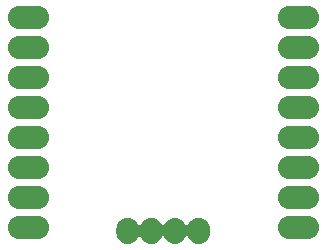
<source format=gbs>
G04 #@! TF.GenerationSoftware,KiCad,Pcbnew,(5.1.0)-1*
G04 #@! TF.CreationDate,2019-05-23T22:12:48+09:00*
G04 #@! TF.ProjectId,ble5,626c6535-2e6b-4696-9361-645f70636258,v1.4*
G04 #@! TF.SameCoordinates,Original*
G04 #@! TF.FileFunction,Soldermask,Bot*
G04 #@! TF.FilePolarity,Negative*
%FSLAX46Y46*%
G04 Gerber Fmt 4.6, Leading zero omitted, Abs format (unit mm)*
G04 Created by KiCad (PCBNEW (5.1.0)-1) date 2019-05-23 22:12:48*
%MOMM*%
%LPD*%
G04 APERTURE LIST*
%ADD10C,0.050000*%
G04 APERTURE END LIST*
D10*
G36*
X128888583Y-61413919D02*
G01*
X129069925Y-61468929D01*
X129237043Y-61558256D01*
X129383528Y-61678472D01*
X129503744Y-61824957D01*
X129593071Y-61992076D01*
X129648081Y-62173418D01*
X129662000Y-62314744D01*
X129662000Y-62685257D01*
X129648081Y-62826583D01*
X129593071Y-63007925D01*
X129503744Y-63175043D01*
X129383528Y-63321528D01*
X129237043Y-63441744D01*
X129069924Y-63531071D01*
X128888582Y-63586081D01*
X128700000Y-63604654D01*
X128511417Y-63586081D01*
X128330075Y-63531071D01*
X128162957Y-63441744D01*
X128016472Y-63321528D01*
X127896256Y-63175043D01*
X127810239Y-63014117D01*
X127796626Y-62993742D01*
X127779299Y-62976415D01*
X127758924Y-62962802D01*
X127736285Y-62953424D01*
X127712252Y-62948644D01*
X127687748Y-62948644D01*
X127663715Y-62953424D01*
X127641076Y-62962802D01*
X127620701Y-62976415D01*
X127603374Y-62993742D01*
X127589761Y-63014117D01*
X127503744Y-63175043D01*
X127383528Y-63321528D01*
X127237043Y-63441744D01*
X127069924Y-63531071D01*
X126888582Y-63586081D01*
X126700000Y-63604654D01*
X126511417Y-63586081D01*
X126330075Y-63531071D01*
X126162957Y-63441744D01*
X126016472Y-63321528D01*
X125896256Y-63175043D01*
X125810239Y-63014117D01*
X125796626Y-62993742D01*
X125779299Y-62976415D01*
X125758924Y-62962802D01*
X125736285Y-62953424D01*
X125712252Y-62948644D01*
X125687748Y-62948644D01*
X125663715Y-62953424D01*
X125641076Y-62962802D01*
X125620701Y-62976415D01*
X125603374Y-62993742D01*
X125589761Y-63014117D01*
X125503744Y-63175043D01*
X125383528Y-63321528D01*
X125237043Y-63441744D01*
X125069924Y-63531071D01*
X124888582Y-63586081D01*
X124700000Y-63604654D01*
X124511417Y-63586081D01*
X124330075Y-63531071D01*
X124162957Y-63441744D01*
X124016472Y-63321528D01*
X123896256Y-63175043D01*
X123810239Y-63014117D01*
X123796626Y-62993742D01*
X123779299Y-62976415D01*
X123758924Y-62962802D01*
X123736285Y-62953424D01*
X123712252Y-62948644D01*
X123687748Y-62948644D01*
X123663715Y-62953424D01*
X123641076Y-62962802D01*
X123620701Y-62976415D01*
X123603374Y-62993742D01*
X123589761Y-63014117D01*
X123503744Y-63175043D01*
X123383528Y-63321528D01*
X123237043Y-63441744D01*
X123069924Y-63531071D01*
X122888582Y-63586081D01*
X122700000Y-63604654D01*
X122511417Y-63586081D01*
X122330075Y-63531071D01*
X122162957Y-63441744D01*
X122016472Y-63321528D01*
X121896256Y-63175043D01*
X121806929Y-63007924D01*
X121751919Y-62826582D01*
X121738000Y-62685256D01*
X121738000Y-62314743D01*
X121751919Y-62173417D01*
X121806929Y-61992075D01*
X121896256Y-61824957D01*
X121917814Y-61798689D01*
X122016473Y-61678472D01*
X122162957Y-61558257D01*
X122162956Y-61558257D01*
X122162958Y-61558256D01*
X122330076Y-61468929D01*
X122511418Y-61413919D01*
X122700000Y-61395346D01*
X122888583Y-61413919D01*
X123069925Y-61468929D01*
X123237043Y-61558256D01*
X123383528Y-61678472D01*
X123503744Y-61824957D01*
X123589761Y-61985883D01*
X123603374Y-62006258D01*
X123620701Y-62023585D01*
X123641076Y-62037198D01*
X123663715Y-62046576D01*
X123687748Y-62051356D01*
X123712252Y-62051356D01*
X123736285Y-62046576D01*
X123758924Y-62037198D01*
X123779299Y-62023585D01*
X123796626Y-62006258D01*
X123810239Y-61985883D01*
X123896256Y-61824957D01*
X123917814Y-61798689D01*
X124016473Y-61678472D01*
X124162957Y-61558257D01*
X124162956Y-61558257D01*
X124162958Y-61558256D01*
X124330076Y-61468929D01*
X124511418Y-61413919D01*
X124700000Y-61395346D01*
X124888583Y-61413919D01*
X125069925Y-61468929D01*
X125237043Y-61558256D01*
X125383528Y-61678472D01*
X125503744Y-61824957D01*
X125589761Y-61985883D01*
X125603374Y-62006258D01*
X125620701Y-62023585D01*
X125641076Y-62037198D01*
X125663715Y-62046576D01*
X125687748Y-62051356D01*
X125712252Y-62051356D01*
X125736285Y-62046576D01*
X125758924Y-62037198D01*
X125779299Y-62023585D01*
X125796626Y-62006258D01*
X125810239Y-61985883D01*
X125896256Y-61824957D01*
X125917814Y-61798689D01*
X126016473Y-61678472D01*
X126162957Y-61558257D01*
X126162956Y-61558257D01*
X126162958Y-61558256D01*
X126330076Y-61468929D01*
X126511418Y-61413919D01*
X126700000Y-61395346D01*
X126888583Y-61413919D01*
X127069925Y-61468929D01*
X127237043Y-61558256D01*
X127383528Y-61678472D01*
X127503744Y-61824957D01*
X127589761Y-61985883D01*
X127603374Y-62006258D01*
X127620701Y-62023585D01*
X127641076Y-62037198D01*
X127663715Y-62046576D01*
X127687748Y-62051356D01*
X127712252Y-62051356D01*
X127736285Y-62046576D01*
X127758924Y-62037198D01*
X127779299Y-62023585D01*
X127796626Y-62006258D01*
X127810239Y-61985883D01*
X127896256Y-61824957D01*
X127917814Y-61798689D01*
X128016473Y-61678472D01*
X128162957Y-61558257D01*
X128162956Y-61558257D01*
X128162958Y-61558256D01*
X128330076Y-61468929D01*
X128511418Y-61413919D01*
X128700000Y-61395346D01*
X128888583Y-61413919D01*
X128888583Y-61413919D01*
G37*
G36*
X138110583Y-61281919D02*
G01*
X138291925Y-61336929D01*
X138459043Y-61426256D01*
X138605528Y-61546472D01*
X138725744Y-61692957D01*
X138815071Y-61860075D01*
X138870081Y-62041417D01*
X138888654Y-62230000D01*
X138870081Y-62418583D01*
X138815071Y-62599925D01*
X138725744Y-62767043D01*
X138605528Y-62913528D01*
X138459043Y-63033744D01*
X138291925Y-63123071D01*
X138110583Y-63178081D01*
X137969257Y-63192000D01*
X136350743Y-63192000D01*
X136209417Y-63178081D01*
X136028075Y-63123071D01*
X135860957Y-63033744D01*
X135714472Y-62913528D01*
X135594256Y-62767043D01*
X135504929Y-62599925D01*
X135449919Y-62418583D01*
X135431346Y-62230000D01*
X135449919Y-62041417D01*
X135504929Y-61860075D01*
X135594256Y-61692957D01*
X135714472Y-61546472D01*
X135860957Y-61426256D01*
X136028075Y-61336929D01*
X136209417Y-61281919D01*
X136350743Y-61268000D01*
X137969257Y-61268000D01*
X138110583Y-61281919D01*
X138110583Y-61281919D01*
G37*
G36*
X115250583Y-61281919D02*
G01*
X115431925Y-61336929D01*
X115599043Y-61426256D01*
X115745528Y-61546472D01*
X115865744Y-61692957D01*
X115955071Y-61860075D01*
X116010081Y-62041417D01*
X116028654Y-62230000D01*
X116010081Y-62418583D01*
X115955071Y-62599925D01*
X115865744Y-62767043D01*
X115745528Y-62913528D01*
X115599043Y-63033744D01*
X115431925Y-63123071D01*
X115250583Y-63178081D01*
X115109257Y-63192000D01*
X113490743Y-63192000D01*
X113349417Y-63178081D01*
X113168075Y-63123071D01*
X113000957Y-63033744D01*
X112854472Y-62913528D01*
X112734256Y-62767043D01*
X112644929Y-62599925D01*
X112589919Y-62418583D01*
X112571346Y-62230000D01*
X112589919Y-62041417D01*
X112644929Y-61860075D01*
X112734256Y-61692957D01*
X112854472Y-61546472D01*
X113000957Y-61426256D01*
X113168075Y-61336929D01*
X113349417Y-61281919D01*
X113490743Y-61268000D01*
X115109257Y-61268000D01*
X115250583Y-61281919D01*
X115250583Y-61281919D01*
G37*
G36*
X138110583Y-58741919D02*
G01*
X138291925Y-58796929D01*
X138459043Y-58886256D01*
X138605528Y-59006472D01*
X138725744Y-59152957D01*
X138815071Y-59320075D01*
X138870081Y-59501417D01*
X138888654Y-59690000D01*
X138870081Y-59878583D01*
X138815071Y-60059925D01*
X138725744Y-60227043D01*
X138605528Y-60373528D01*
X138459043Y-60493744D01*
X138291925Y-60583071D01*
X138110583Y-60638081D01*
X137969257Y-60652000D01*
X136350743Y-60652000D01*
X136209417Y-60638081D01*
X136028075Y-60583071D01*
X135860957Y-60493744D01*
X135714472Y-60373528D01*
X135594256Y-60227043D01*
X135504929Y-60059925D01*
X135449919Y-59878583D01*
X135431346Y-59690000D01*
X135449919Y-59501417D01*
X135504929Y-59320075D01*
X135594256Y-59152957D01*
X135714472Y-59006472D01*
X135860957Y-58886256D01*
X136028075Y-58796929D01*
X136209417Y-58741919D01*
X136350743Y-58728000D01*
X137969257Y-58728000D01*
X138110583Y-58741919D01*
X138110583Y-58741919D01*
G37*
G36*
X115250583Y-58741919D02*
G01*
X115431925Y-58796929D01*
X115599043Y-58886256D01*
X115745528Y-59006472D01*
X115865744Y-59152957D01*
X115955071Y-59320075D01*
X116010081Y-59501417D01*
X116028654Y-59690000D01*
X116010081Y-59878583D01*
X115955071Y-60059925D01*
X115865744Y-60227043D01*
X115745528Y-60373528D01*
X115599043Y-60493744D01*
X115431925Y-60583071D01*
X115250583Y-60638081D01*
X115109257Y-60652000D01*
X113490743Y-60652000D01*
X113349417Y-60638081D01*
X113168075Y-60583071D01*
X113000957Y-60493744D01*
X112854472Y-60373528D01*
X112734256Y-60227043D01*
X112644929Y-60059925D01*
X112589919Y-59878583D01*
X112571346Y-59690000D01*
X112589919Y-59501417D01*
X112644929Y-59320075D01*
X112734256Y-59152957D01*
X112854472Y-59006472D01*
X113000957Y-58886256D01*
X113168075Y-58796929D01*
X113349417Y-58741919D01*
X113490743Y-58728000D01*
X115109257Y-58728000D01*
X115250583Y-58741919D01*
X115250583Y-58741919D01*
G37*
G36*
X115250583Y-56201919D02*
G01*
X115431925Y-56256929D01*
X115599043Y-56346256D01*
X115745528Y-56466472D01*
X115865744Y-56612957D01*
X115955071Y-56780075D01*
X116010081Y-56961417D01*
X116028654Y-57150000D01*
X116010081Y-57338583D01*
X115955071Y-57519925D01*
X115865744Y-57687043D01*
X115745528Y-57833528D01*
X115599043Y-57953744D01*
X115431925Y-58043071D01*
X115250583Y-58098081D01*
X115109257Y-58112000D01*
X113490743Y-58112000D01*
X113349417Y-58098081D01*
X113168075Y-58043071D01*
X113000957Y-57953744D01*
X112854472Y-57833528D01*
X112734256Y-57687043D01*
X112644929Y-57519925D01*
X112589919Y-57338583D01*
X112571346Y-57150000D01*
X112589919Y-56961417D01*
X112644929Y-56780075D01*
X112734256Y-56612957D01*
X112854472Y-56466472D01*
X113000957Y-56346256D01*
X113168075Y-56256929D01*
X113349417Y-56201919D01*
X113490743Y-56188000D01*
X115109257Y-56188000D01*
X115250583Y-56201919D01*
X115250583Y-56201919D01*
G37*
G36*
X138110583Y-56201919D02*
G01*
X138291925Y-56256929D01*
X138459043Y-56346256D01*
X138605528Y-56466472D01*
X138725744Y-56612957D01*
X138815071Y-56780075D01*
X138870081Y-56961417D01*
X138888654Y-57150000D01*
X138870081Y-57338583D01*
X138815071Y-57519925D01*
X138725744Y-57687043D01*
X138605528Y-57833528D01*
X138459043Y-57953744D01*
X138291925Y-58043071D01*
X138110583Y-58098081D01*
X137969257Y-58112000D01*
X136350743Y-58112000D01*
X136209417Y-58098081D01*
X136028075Y-58043071D01*
X135860957Y-57953744D01*
X135714472Y-57833528D01*
X135594256Y-57687043D01*
X135504929Y-57519925D01*
X135449919Y-57338583D01*
X135431346Y-57150000D01*
X135449919Y-56961417D01*
X135504929Y-56780075D01*
X135594256Y-56612957D01*
X135714472Y-56466472D01*
X135860957Y-56346256D01*
X136028075Y-56256929D01*
X136209417Y-56201919D01*
X136350743Y-56188000D01*
X137969257Y-56188000D01*
X138110583Y-56201919D01*
X138110583Y-56201919D01*
G37*
G36*
X115250583Y-53661919D02*
G01*
X115431925Y-53716929D01*
X115599043Y-53806256D01*
X115745528Y-53926472D01*
X115865744Y-54072957D01*
X115955071Y-54240075D01*
X116010081Y-54421417D01*
X116028654Y-54610000D01*
X116010081Y-54798583D01*
X115955071Y-54979925D01*
X115865744Y-55147043D01*
X115745528Y-55293528D01*
X115599043Y-55413744D01*
X115431925Y-55503071D01*
X115250583Y-55558081D01*
X115109257Y-55572000D01*
X113490743Y-55572000D01*
X113349417Y-55558081D01*
X113168075Y-55503071D01*
X113000957Y-55413744D01*
X112854472Y-55293528D01*
X112734256Y-55147043D01*
X112644929Y-54979925D01*
X112589919Y-54798583D01*
X112571346Y-54610000D01*
X112589919Y-54421417D01*
X112644929Y-54240075D01*
X112734256Y-54072957D01*
X112854472Y-53926472D01*
X113000957Y-53806256D01*
X113168075Y-53716929D01*
X113349417Y-53661919D01*
X113490743Y-53648000D01*
X115109257Y-53648000D01*
X115250583Y-53661919D01*
X115250583Y-53661919D01*
G37*
G36*
X138110583Y-53661919D02*
G01*
X138291925Y-53716929D01*
X138459043Y-53806256D01*
X138605528Y-53926472D01*
X138725744Y-54072957D01*
X138815071Y-54240075D01*
X138870081Y-54421417D01*
X138888654Y-54610000D01*
X138870081Y-54798583D01*
X138815071Y-54979925D01*
X138725744Y-55147043D01*
X138605528Y-55293528D01*
X138459043Y-55413744D01*
X138291925Y-55503071D01*
X138110583Y-55558081D01*
X137969257Y-55572000D01*
X136350743Y-55572000D01*
X136209417Y-55558081D01*
X136028075Y-55503071D01*
X135860957Y-55413744D01*
X135714472Y-55293528D01*
X135594256Y-55147043D01*
X135504929Y-54979925D01*
X135449919Y-54798583D01*
X135431346Y-54610000D01*
X135449919Y-54421417D01*
X135504929Y-54240075D01*
X135594256Y-54072957D01*
X135714472Y-53926472D01*
X135860957Y-53806256D01*
X136028075Y-53716929D01*
X136209417Y-53661919D01*
X136350743Y-53648000D01*
X137969257Y-53648000D01*
X138110583Y-53661919D01*
X138110583Y-53661919D01*
G37*
G36*
X138110583Y-51121919D02*
G01*
X138291925Y-51176929D01*
X138459043Y-51266256D01*
X138605528Y-51386472D01*
X138725744Y-51532957D01*
X138815071Y-51700075D01*
X138870081Y-51881417D01*
X138888654Y-52070000D01*
X138870081Y-52258583D01*
X138815071Y-52439925D01*
X138725744Y-52607043D01*
X138605528Y-52753528D01*
X138459043Y-52873744D01*
X138291925Y-52963071D01*
X138110583Y-53018081D01*
X137969257Y-53032000D01*
X136350743Y-53032000D01*
X136209417Y-53018081D01*
X136028075Y-52963071D01*
X135860957Y-52873744D01*
X135714472Y-52753528D01*
X135594256Y-52607043D01*
X135504929Y-52439925D01*
X135449919Y-52258583D01*
X135431346Y-52070000D01*
X135449919Y-51881417D01*
X135504929Y-51700075D01*
X135594256Y-51532957D01*
X135714472Y-51386472D01*
X135860957Y-51266256D01*
X136028075Y-51176929D01*
X136209417Y-51121919D01*
X136350743Y-51108000D01*
X137969257Y-51108000D01*
X138110583Y-51121919D01*
X138110583Y-51121919D01*
G37*
G36*
X115250583Y-51121919D02*
G01*
X115431925Y-51176929D01*
X115599043Y-51266256D01*
X115745528Y-51386472D01*
X115865744Y-51532957D01*
X115955071Y-51700075D01*
X116010081Y-51881417D01*
X116028654Y-52070000D01*
X116010081Y-52258583D01*
X115955071Y-52439925D01*
X115865744Y-52607043D01*
X115745528Y-52753528D01*
X115599043Y-52873744D01*
X115431925Y-52963071D01*
X115250583Y-53018081D01*
X115109257Y-53032000D01*
X113490743Y-53032000D01*
X113349417Y-53018081D01*
X113168075Y-52963071D01*
X113000957Y-52873744D01*
X112854472Y-52753528D01*
X112734256Y-52607043D01*
X112644929Y-52439925D01*
X112589919Y-52258583D01*
X112571346Y-52070000D01*
X112589919Y-51881417D01*
X112644929Y-51700075D01*
X112734256Y-51532957D01*
X112854472Y-51386472D01*
X113000957Y-51266256D01*
X113168075Y-51176929D01*
X113349417Y-51121919D01*
X113490743Y-51108000D01*
X115109257Y-51108000D01*
X115250583Y-51121919D01*
X115250583Y-51121919D01*
G37*
G36*
X138110583Y-48581919D02*
G01*
X138291925Y-48636929D01*
X138459043Y-48726256D01*
X138605528Y-48846472D01*
X138725744Y-48992957D01*
X138815071Y-49160075D01*
X138870081Y-49341417D01*
X138888654Y-49530000D01*
X138870081Y-49718583D01*
X138815071Y-49899925D01*
X138725744Y-50067043D01*
X138605528Y-50213528D01*
X138459043Y-50333744D01*
X138291925Y-50423071D01*
X138110583Y-50478081D01*
X137969257Y-50492000D01*
X136350743Y-50492000D01*
X136209417Y-50478081D01*
X136028075Y-50423071D01*
X135860957Y-50333744D01*
X135714472Y-50213528D01*
X135594256Y-50067043D01*
X135504929Y-49899925D01*
X135449919Y-49718583D01*
X135431346Y-49530000D01*
X135449919Y-49341417D01*
X135504929Y-49160075D01*
X135594256Y-48992957D01*
X135714472Y-48846472D01*
X135860957Y-48726256D01*
X136028075Y-48636929D01*
X136209417Y-48581919D01*
X136350743Y-48568000D01*
X137969257Y-48568000D01*
X138110583Y-48581919D01*
X138110583Y-48581919D01*
G37*
G36*
X115250583Y-48581919D02*
G01*
X115431925Y-48636929D01*
X115599043Y-48726256D01*
X115745528Y-48846472D01*
X115865744Y-48992957D01*
X115955071Y-49160075D01*
X116010081Y-49341417D01*
X116028654Y-49530000D01*
X116010081Y-49718583D01*
X115955071Y-49899925D01*
X115865744Y-50067043D01*
X115745528Y-50213528D01*
X115599043Y-50333744D01*
X115431925Y-50423071D01*
X115250583Y-50478081D01*
X115109257Y-50492000D01*
X113490743Y-50492000D01*
X113349417Y-50478081D01*
X113168075Y-50423071D01*
X113000957Y-50333744D01*
X112854472Y-50213528D01*
X112734256Y-50067043D01*
X112644929Y-49899925D01*
X112589919Y-49718583D01*
X112571346Y-49530000D01*
X112589919Y-49341417D01*
X112644929Y-49160075D01*
X112734256Y-48992957D01*
X112854472Y-48846472D01*
X113000957Y-48726256D01*
X113168075Y-48636929D01*
X113349417Y-48581919D01*
X113490743Y-48568000D01*
X115109257Y-48568000D01*
X115250583Y-48581919D01*
X115250583Y-48581919D01*
G37*
G36*
X138110583Y-46041919D02*
G01*
X138291925Y-46096929D01*
X138459043Y-46186256D01*
X138605528Y-46306472D01*
X138725744Y-46452957D01*
X138815071Y-46620075D01*
X138870081Y-46801417D01*
X138888654Y-46990000D01*
X138870081Y-47178583D01*
X138815071Y-47359925D01*
X138725744Y-47527043D01*
X138605528Y-47673528D01*
X138459043Y-47793744D01*
X138291925Y-47883071D01*
X138110583Y-47938081D01*
X137969257Y-47952000D01*
X136350743Y-47952000D01*
X136209417Y-47938081D01*
X136028075Y-47883071D01*
X135860957Y-47793744D01*
X135714472Y-47673528D01*
X135594256Y-47527043D01*
X135504929Y-47359925D01*
X135449919Y-47178583D01*
X135431346Y-46990000D01*
X135449919Y-46801417D01*
X135504929Y-46620075D01*
X135594256Y-46452957D01*
X135714472Y-46306472D01*
X135860957Y-46186256D01*
X136028075Y-46096929D01*
X136209417Y-46041919D01*
X136350743Y-46028000D01*
X137969257Y-46028000D01*
X138110583Y-46041919D01*
X138110583Y-46041919D01*
G37*
G36*
X115250583Y-46041919D02*
G01*
X115431925Y-46096929D01*
X115599043Y-46186256D01*
X115745528Y-46306472D01*
X115865744Y-46452957D01*
X115955071Y-46620075D01*
X116010081Y-46801417D01*
X116028654Y-46990000D01*
X116010081Y-47178583D01*
X115955071Y-47359925D01*
X115865744Y-47527043D01*
X115745528Y-47673528D01*
X115599043Y-47793744D01*
X115431925Y-47883071D01*
X115250583Y-47938081D01*
X115109257Y-47952000D01*
X113490743Y-47952000D01*
X113349417Y-47938081D01*
X113168075Y-47883071D01*
X113000957Y-47793744D01*
X112854472Y-47673528D01*
X112734256Y-47527043D01*
X112644929Y-47359925D01*
X112589919Y-47178583D01*
X112571346Y-46990000D01*
X112589919Y-46801417D01*
X112644929Y-46620075D01*
X112734256Y-46452957D01*
X112854472Y-46306472D01*
X113000957Y-46186256D01*
X113168075Y-46096929D01*
X113349417Y-46041919D01*
X113490743Y-46028000D01*
X115109257Y-46028000D01*
X115250583Y-46041919D01*
X115250583Y-46041919D01*
G37*
G36*
X115250583Y-43501919D02*
G01*
X115431925Y-43556929D01*
X115599043Y-43646256D01*
X115745528Y-43766472D01*
X115865744Y-43912957D01*
X115955071Y-44080075D01*
X116010081Y-44261417D01*
X116028654Y-44450000D01*
X116010081Y-44638583D01*
X115955071Y-44819925D01*
X115865744Y-44987043D01*
X115745528Y-45133528D01*
X115599043Y-45253744D01*
X115431925Y-45343071D01*
X115250583Y-45398081D01*
X115109257Y-45412000D01*
X113490743Y-45412000D01*
X113349417Y-45398081D01*
X113168075Y-45343071D01*
X113000957Y-45253744D01*
X112854472Y-45133528D01*
X112734256Y-44987043D01*
X112644929Y-44819925D01*
X112589919Y-44638583D01*
X112571346Y-44450000D01*
X112589919Y-44261417D01*
X112644929Y-44080075D01*
X112734256Y-43912957D01*
X112854472Y-43766472D01*
X113000957Y-43646256D01*
X113168075Y-43556929D01*
X113349417Y-43501919D01*
X113490743Y-43488000D01*
X115109257Y-43488000D01*
X115250583Y-43501919D01*
X115250583Y-43501919D01*
G37*
G36*
X138110583Y-43501919D02*
G01*
X138291925Y-43556929D01*
X138459043Y-43646256D01*
X138605528Y-43766472D01*
X138725744Y-43912957D01*
X138815071Y-44080075D01*
X138870081Y-44261417D01*
X138888654Y-44450000D01*
X138870081Y-44638583D01*
X138815071Y-44819925D01*
X138725744Y-44987043D01*
X138605528Y-45133528D01*
X138459043Y-45253744D01*
X138291925Y-45343071D01*
X138110583Y-45398081D01*
X137969257Y-45412000D01*
X136350743Y-45412000D01*
X136209417Y-45398081D01*
X136028075Y-45343071D01*
X135860957Y-45253744D01*
X135714472Y-45133528D01*
X135594256Y-44987043D01*
X135504929Y-44819925D01*
X135449919Y-44638583D01*
X135431346Y-44450000D01*
X135449919Y-44261417D01*
X135504929Y-44080075D01*
X135594256Y-43912957D01*
X135714472Y-43766472D01*
X135860957Y-43646256D01*
X136028075Y-43556929D01*
X136209417Y-43501919D01*
X136350743Y-43488000D01*
X137969257Y-43488000D01*
X138110583Y-43501919D01*
X138110583Y-43501919D01*
G37*
M02*

</source>
